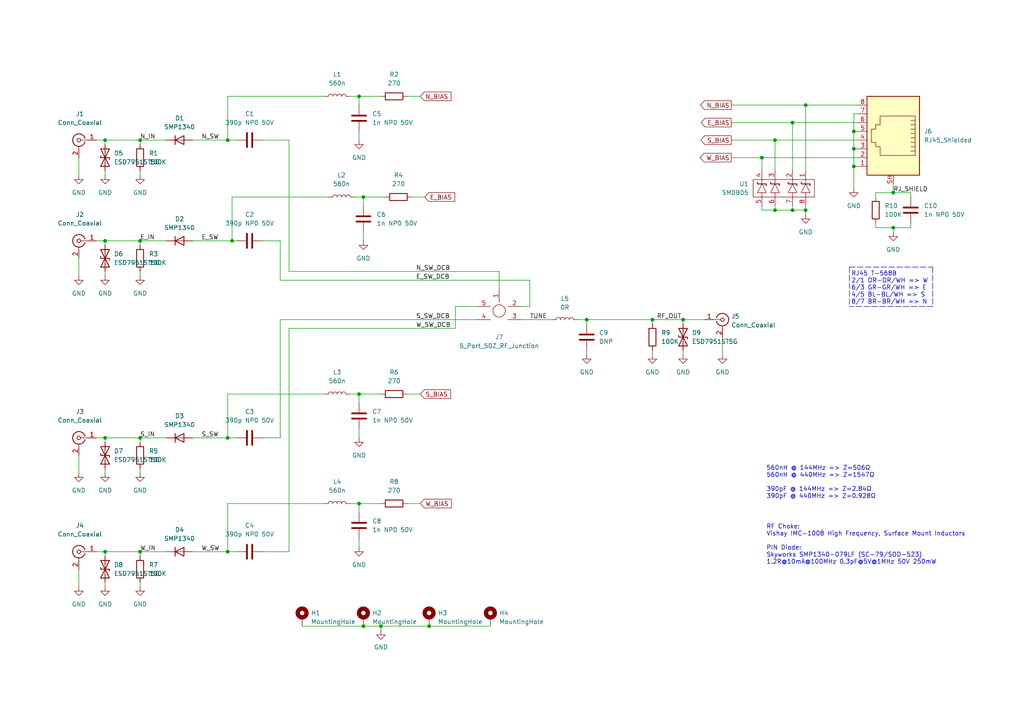
<source format=kicad_sch>
(kicad_sch (version 20211123) (generator eeschema)
  (paper "A4")
  (lib_symbols
    (symbol "Connector:Conn_Coaxial" (pin_names (offset 1.016) hide)
      (property "Reference" "J" (at 0.254 3.048 0))
      (property "Value" "Conn_Coaxial" (at 2.921 0 90))
      (symbol "Conn_Coaxial_0_1"
        (arc (start -1.778 -0.508) (mid 0.222 -1.808) (end 1.778 0) (stroke (width 0.254)))
        (polyline (pts (xy -2.54 0) (xy -0.508 0)))
        (polyline (pts (xy 0 -2.54) (xy 0 -1.778)))
        (circle (center 0 0) (radius 0.508) (stroke (width 0.2032)))
        (arc (start 1.778 0) (mid 0.222 1.8083) (end -1.778 0.508) (stroke (width 0.254)))
      )
      (symbol "Conn_Coaxial_1_1"
        (pin passive line (at -5.08 0 0) (length 2.54) (name "In") (number "1"))
        (pin passive line (at 0 -5.08 90) (length 2.54) (name "Ext") (number "2"))
      )
    )
    (symbol "Connector:RJ45_Shielded" (pin_names (offset 1.016))
      (property "Reference" "J" (at -5.08 13.97 0))
      (property "Value" "RJ45_Shielded" (at 2.54 13.97 0))
      (symbol "RJ45_Shielded_0_1"
        (polyline (pts (xy -5.08 4.445) (xy -6.35 4.445)))
        (polyline (pts (xy -5.08 5.715) (xy -6.35 5.715)))
        (polyline (pts (xy -6.35 -3.175) (xy -5.08 -3.175) (xy -5.08 -3.175)))
        (polyline (pts (xy -6.35 -1.905) (xy -5.08 -1.905) (xy -5.08 -1.905)))
        (polyline (pts (xy -6.35 -0.635) (xy -5.08 -0.635) (xy -5.08 -0.635)))
        (polyline (pts (xy -6.35 0.635) (xy -5.08 0.635) (xy -5.08 0.635)))
        (polyline (pts (xy -6.35 1.905) (xy -5.08 1.905) (xy -5.08 1.905)))
        (polyline (pts (xy -5.08 3.175) (xy -6.35 3.175) (xy -6.35 3.175)))
        (polyline (pts (xy -6.35 -4.445) (xy -6.35 6.985) (xy 3.81 6.985) (xy 3.81 4.445) (xy 5.08 4.445) (xy 5.08 3.175) (xy 6.35 3.175) (xy 6.35 -0.635) (xy 5.08 -0.635) (xy 5.08 -1.905) (xy 3.81 -1.905) (xy 3.81 -4.445) (xy -6.35 -4.445) (xy -6.35 -4.445)))
        (rectangle (start 7.62 12.7) (end -7.62 -10.16) (stroke (width 0.254)) (fill (type background)))
      )
      (symbol "RJ45_Shielded_1_1"
        (pin passive line (at 10.16 -7.62 180) (length 2.54) (name "~") (number "1"))
        (pin passive line (at 10.16 -5.08 180) (length 2.54) (name "~") (number "2"))
        (pin passive line (at 10.16 -2.54 180) (length 2.54) (name "~") (number "3"))
        (pin passive line (at 10.16 0 180) (length 2.54) (name "~") (number "4"))
        (pin passive line (at 10.16 2.54 180) (length 2.54) (name "~") (number "5"))
        (pin passive line (at 10.16 5.08 180) (length 2.54) (name "~") (number "6"))
        (pin passive line (at 10.16 7.62 180) (length 2.54) (name "~") (number "7"))
        (pin passive line (at 10.16 10.16 180) (length 2.54) (name "~") (number "8"))
        (pin passive line (at 0 -12.7 90) (length 2.54) (name "~") (number "SH"))
      )
    )
    (symbol "Device:C" (pin_numbers hide) (pin_names (offset 0.254))
      (property "Reference" "C" (at 0.635 2.54 0))
      (property "Value" "C" (at 0.635 -2.54 0))
      (symbol "C_0_1"
        (polyline (pts (xy -2.032 -0.762) (xy 2.032 -0.762)) (stroke (width 0.508)))
        (polyline (pts (xy -2.032 0.762) (xy 2.032 0.762)) (stroke (width 0.508)))
      )
      (symbol "C_1_1"
        (pin passive line (at 0 3.81 270) (length 2.794) (name "~") (number "1"))
        (pin passive line (at 0 -3.81 90) (length 2.794) (name "~") (number "2"))
      )
    )
    (symbol "Device:D" (pin_numbers hide) (pin_names (offset 1.016) hide)
      (property "Reference" "D" (at 0 2.54 0))
      (property "Value" "D" (at 0 -2.54 0))
      (symbol "D_0_1"
        (polyline (pts (xy -1.27 1.27) (xy -1.27 -1.27)) (stroke (width 0.254)))
        (polyline (pts (xy 1.27 0) (xy -1.27 0)))
        (polyline (pts (xy 1.27 1.27) (xy 1.27 -1.27) (xy -1.27 0) (xy 1.27 1.27)) (stroke (width 0.254)))
      )
      (symbol "D_1_1"
        (pin passive line (at -3.81 0 0) (length 2.54) (name "K") (number "1"))
        (pin passive line (at 3.81 0 180) (length 2.54) (name "A") (number "2"))
      )
    )
    (symbol "Device:D_TVS" (pin_numbers hide) (pin_names (offset 1.016) hide)
      (property "Reference" "D" (at 0 2.54 0))
      (property "Value" "D_TVS" (at 0 -2.54 0))
      (symbol "D_TVS_0_1"
        (polyline (pts (xy 1.27 0) (xy -1.27 0)))
        (polyline (pts (xy 0.508 1.27) (xy 0 1.27) (xy 0 -1.27) (xy -0.508 -1.27)) (stroke (width 0.254)))
        (polyline (pts (xy -2.54 1.27) (xy -2.54 -1.27) (xy 2.54 1.27) (xy 2.54 -1.27) (xy -2.54 1.27)) (stroke (width 0.254)))
      )
      (symbol "D_TVS_1_1"
        (pin passive line (at -3.81 0 0) (length 2.54) (name "A1") (number "1"))
        (pin passive line (at 3.81 0 180) (length 2.54) (name "A2") (number "2"))
      )
    )
    (symbol "Device:L" (pin_numbers hide) (pin_names (offset 1.016) hide)
      (property "Reference" "L" (at -1.27 0 90))
      (property "Value" "L" (at 1.905 0 90))
      (symbol "L_0_1"
        (arc (start 0 -2.54) (mid 0.635 -1.905) (end 0 -1.27))
        (arc (start 0 -1.27) (mid 0.635 -0.635) (end 0 0))
        (arc (start 0 0) (mid 0.635 0.635) (end 0 1.27))
        (arc (start 0 1.27) (mid 0.635 1.905) (end 0 2.54))
      )
      (symbol "L_1_1"
        (pin passive line (at 0 3.81 270) (length 1.27) (name "1") (number "1"))
        (pin passive line (at 0 -3.81 90) (length 1.27) (name "2") (number "2"))
      )
    )
    (symbol "Device:R" (pin_numbers hide) (pin_names (offset 0))
      (property "Reference" "R" (at 2.032 0 90))
      (property "Value" "R" (at 0 0 90))
      (symbol "R_0_1"
        (rectangle (start -1.016 -2.54) (end 1.016 2.54) (stroke (width 0.254)))
      )
      (symbol "R_1_1"
        (pin passive line (at 0 3.81 270) (length 1.27) (name "~") (number "1"))
        (pin passive line (at 0 -3.81 90) (length 1.27) (name "~") (number "2"))
      )
    )
    (symbol "Mechanical:MountingHole_Pad" (pin_numbers hide) (pin_names (offset 1.016) hide)
      (property "Reference" "H" (at 0 6.35 0))
      (property "Value" "MountingHole_Pad" (at 0 4.445 0))
      (symbol "MountingHole_Pad_0_1"
        (circle (center 0 1.27) (radius 1.27) (stroke (width 1.27)))
      )
      (symbol "MountingHole_Pad_1_1"
        (pin input line (at 0 -2.54 90) (length 2.54) (name "1") (number "1"))
      )
    )
    (symbol "ch:5_Port_50Z_RF_Junction" (pin_names (offset 1.016) hide) (in_bom no)
      (property "Reference" "J" (at 8.89 5.08 0))
      (property "Value" "5_Port_50Z_RF_Junction" (at 6.35 -6.35 0))
      (symbol "5_Port_50Z_RF_Junction_0_1"
        (circle (center 6.35 0) (radius 1.7961))
      )
      (symbol "5_Port_50Z_RF_Junction_1_1"
        (pin passive line (at 6.35 6.35 270) (length 3.81) (name "Pin_1") (number "1"))
        (pin passive line (at 12.7 1.27 180) (length 3.81) (name "Pin_2") (number "2"))
        (pin passive line (at 12.7 -2.54 180) (length 3.81) (name "Pin_3") (number "3"))
        (pin passive line (at 0 -2.54 0) (length 3.81) (name "Pin_4") (number "4"))
        (pin passive line (at 0 1.27 0) (length 3.81) (name "Pin_5") (number "5"))
      )
    )
    (symbol "ch:TVS 4x Unidir" (pin_names (offset 1.016) hide)
      (property "Reference" "U" (at 10.795 -1.27 0))
      (property "Value" "TVS 4x Unidir" (at -1.905 -6.35 0))
      (symbol "TVS 4x Unidir_0_1"
        (polyline (pts (xy -6.35 -2.54) (xy -6.35 -1.27)))
        (polyline (pts (xy -6.35 2.54) (xy -6.35 1.27)))
        (polyline (pts (xy -2.54 -2.54) (xy -2.54 -1.27)))
        (polyline (pts (xy -2.54 2.54) (xy -2.54 1.27)))
        (polyline (pts (xy 2.54 -2.54) (xy 2.54 -1.27)))
        (polyline (pts (xy 2.54 2.54) (xy 2.54 1.27)))
        (polyline (pts (xy 6.35 -2.54) (xy 6.35 -1.27)))
        (polyline (pts (xy 6.35 2.54) (xy 6.35 1.27)))
        (polyline (pts (xy -7.62 -0.762) (xy -7.62 -1.27) (xy -5.08 -1.27) (xy -5.08 -1.778)) (stroke (width 0.254)))
        (polyline (pts (xy -6.35 -1.27) (xy -5.08 1.27) (xy -7.62 1.27) (xy -6.35 -1.27)))
        (polyline (pts (xy -3.81 -0.762) (xy -3.81 -1.27) (xy -1.27 -1.27) (xy -1.27 -1.778)) (stroke (width 0.254)))
        (polyline (pts (xy -2.54 -1.27) (xy -1.27 1.27) (xy -3.81 1.27) (xy -2.54 -1.27)))
        (polyline (pts (xy 1.27 -0.762) (xy 1.27 -1.27) (xy 3.81 -1.27) (xy 3.81 -1.778)) (stroke (width 0.254)))
        (polyline (pts (xy 2.54 -1.27) (xy 3.81 1.27) (xy 1.27 1.27) (xy 2.54 -1.27)))
        (polyline (pts (xy 5.08 -0.762) (xy 5.08 -1.27) (xy 7.62 -1.27) (xy 7.62 -1.778)) (stroke (width 0.254)))
        (polyline (pts (xy 6.35 -1.27) (xy 7.62 1.27) (xy 5.08 1.27) (xy 6.35 -1.27)))
        (polyline (pts (xy -8.89 -2.54) (xy 8.89 -2.54) (xy 8.89 2.54) (xy -8.89 2.54) (xy -8.89 -2.54)))
      )
      (symbol "TVS 4x Unidir_1_1"
        (pin passive line (at -6.35 -5.08 90) (length 2.54) (name "A1") (number "1"))
        (pin passive line (at -2.54 -5.08 90) (length 2.54) (name "B1") (number "2"))
        (pin passive line (at 2.54 -5.08 90) (length 2.54) (name "C1") (number "3"))
        (pin passive line (at 6.35 -5.08 90) (length 2.54) (name "D1") (number "4"))
        (pin passive line (at 6.35 5.08 270) (length 2.54) (name "D2") (number "5"))
        (pin passive line (at 2.54 5.08 270) (length 2.54) (name "C2") (number "6"))
        (pin passive line (at -2.54 5.08 270) (length 2.54) (name "B2") (number "7"))
        (pin passive line (at -6.35 5.08 270) (length 2.54) (name "A2") (number "8"))
      )
    )
    (symbol "power:GND" (power) (pin_names (offset 0))
      (property "Value" "GND" (at 0 -3.81 0))
      (symbol "GND_0_1"
        (polyline (pts (xy 0 0) (xy 0 -1.27) (xy 1.27 -1.27) (xy 0 -2.54) (xy -1.27 -1.27) (xy 0 -1.27)))
      )
      (symbol "GND_1_1"
        (pin power_in line (at 0 0 270) (length 0) hide (name "GND") (number "1"))
      )
    )
  )
  (junction (at 124.46 181.61))
  (junction (at 247.65 43.18))
  (junction (at 40.64 160.02))
  (junction (at 224.79 40.64))
  (junction (at 247.65 48.26))
  (junction (at 40.64 40.64))
  (junction (at 66.04 127))
  (junction (at 40.64 69.85))
  (junction (at 259.08 55.88))
  (junction (at 229.87 60.96))
  (junction (at 104.14 27.94))
  (junction (at 220.98 45.72))
  (junction (at 30.48 40.64))
  (junction (at 259.08 66.04))
  (junction (at 66.04 40.64))
  (junction (at 189.23 92.71))
  (junction (at 30.48 69.85))
  (junction (at 224.79 60.96))
  (junction (at 233.68 60.96))
  (junction (at 67.31 69.85))
  (junction (at 104.14 114.3))
  (junction (at 104.14 146.05))
  (junction (at 30.48 160.02))
  (junction (at 105.41 181.61))
  (junction (at 105.41 57.15))
  (junction (at 233.68 30.48))
  (junction (at 40.64 127))
  (junction (at 198.12 92.71))
  (junction (at 66.04 160.02))
  (junction (at 110.49 181.61))
  (junction (at 229.87 35.56))
  (junction (at 30.48 127))
  (junction (at 247.65 38.1))
  (junction (at 170.18 92.71))
  (wire (pts (xy 102.87 57.15) (xy 105.41 57.15)))
  (wire (pts (xy 55.88 160.02) (xy 66.04 160.02)))
  (wire (pts (xy 104.14 114.3) (xy 104.14 116.84)))
  (wire (pts (xy 40.64 69.85) (xy 48.26 69.85)))
  (wire (pts (xy 40.64 135.89) (xy 40.64 137.16)))
  (wire (pts (xy 110.49 181.61) (xy 124.46 181.61)))
  (wire (pts (xy 209.55 97.79) (xy 209.55 102.87)))
  (wire (pts (xy 27.94 160.02) (xy 30.48 160.02)))
  (wire (pts (xy 264.16 66.04) (xy 264.16 64.77)))
  (wire (pts (xy 93.98 146.05) (xy 66.04 146.05)))
  (wire (pts (xy 83.82 160.02) (xy 76.2 160.02)))
  (wire (pts (xy 83.82 95.25) (xy 83.82 160.02)))
  (polyline (pts (xy 246.38 77.47) (xy 270.51 77.47)))
  (wire (pts (xy 104.14 146.05) (xy 104.14 148.59)))
  (wire (pts (xy 93.98 114.3) (xy 66.04 114.3)))
  (wire (pts (xy 170.18 92.71) (xy 170.18 93.98)))
  (wire (pts (xy 66.04 40.64) (xy 68.58 40.64)))
  (wire (pts (xy 247.65 43.18) (xy 247.65 48.26)))
  (wire (pts (xy 170.18 92.71) (xy 189.23 92.71)))
  (wire (pts (xy 233.68 30.48) (xy 233.68 49.53)))
  (wire (pts (xy 66.04 114.3) (xy 66.04 127)))
  (wire (pts (xy 153.67 81.28) (xy 81.28 81.28)))
  (wire (pts (xy 22.86 74.93) (xy 22.86 80.01)))
  (wire (pts (xy 30.48 40.64) (xy 40.64 40.64)))
  (wire (pts (xy 81.28 69.85) (xy 76.2 69.85)))
  (wire (pts (xy 254 64.77) (xy 254 66.04)))
  (wire (pts (xy 101.6 146.05) (xy 104.14 146.05)))
  (wire (pts (xy 124.46 181.61) (xy 142.24 181.61)))
  (wire (pts (xy 259.08 66.04) (xy 264.16 66.04)))
  (wire (pts (xy 40.64 127) (xy 40.64 128.27)))
  (wire (pts (xy 30.48 78.74) (xy 30.48 80.01)))
  (wire (pts (xy 212.09 45.72) (xy 220.98 45.72)))
  (polyline (pts (xy 270.51 77.47) (xy 270.51 88.9)))
  (wire (pts (xy 132.08 88.9) (xy 138.43 88.9)))
  (wire (pts (xy 22.86 165.1) (xy 22.86 170.18)))
  (wire (pts (xy 118.11 114.3) (xy 121.92 114.3)))
  (wire (pts (xy 118.11 27.94) (xy 121.92 27.94)))
  (wire (pts (xy 220.98 45.72) (xy 220.98 49.53)))
  (wire (pts (xy 104.14 146.05) (xy 110.49 146.05)))
  (wire (pts (xy 229.87 35.56) (xy 248.92 35.56)))
  (wire (pts (xy 198.12 92.71) (xy 204.47 92.71)))
  (wire (pts (xy 254 66.04) (xy 259.08 66.04)))
  (wire (pts (xy 30.48 127) (xy 40.64 127)))
  (wire (pts (xy 30.48 168.91) (xy 30.48 170.18)))
  (wire (pts (xy 198.12 101.6) (xy 198.12 102.87)))
  (wire (pts (xy 151.13 92.71) (xy 160.02 92.71)))
  (polyline (pts (xy 270.51 88.9) (xy 246.38 88.9)))
  (wire (pts (xy 95.25 57.15) (xy 67.31 57.15)))
  (wire (pts (xy 66.04 160.02) (xy 68.58 160.02)))
  (wire (pts (xy 224.79 40.64) (xy 248.92 40.64)))
  (wire (pts (xy 212.09 30.48) (xy 233.68 30.48)))
  (wire (pts (xy 233.68 60.96) (xy 233.68 62.23)))
  (wire (pts (xy 105.41 67.31) (xy 105.41 69.85)))
  (wire (pts (xy 254 57.15) (xy 254 55.88)))
  (wire (pts (xy 259.08 55.88) (xy 264.16 55.88)))
  (wire (pts (xy 212.09 40.64) (xy 224.79 40.64)))
  (wire (pts (xy 153.67 81.28) (xy 153.67 88.9)))
  (wire (pts (xy 30.48 49.53) (xy 30.48 50.8)))
  (wire (pts (xy 87.63 181.61) (xy 105.41 181.61)))
  (wire (pts (xy 167.64 92.71) (xy 170.18 92.71)))
  (wire (pts (xy 83.82 95.25) (xy 132.08 95.25)))
  (wire (pts (xy 27.94 69.85) (xy 30.48 69.85)))
  (wire (pts (xy 83.82 40.64) (xy 76.2 40.64)))
  (wire (pts (xy 104.14 124.46) (xy 104.14 127)))
  (wire (pts (xy 55.88 40.64) (xy 66.04 40.64)))
  (wire (pts (xy 67.31 57.15) (xy 67.31 69.85)))
  (wire (pts (xy 132.08 95.25) (xy 132.08 88.9)))
  (wire (pts (xy 259.08 53.34) (xy 259.08 55.88)))
  (wire (pts (xy 247.65 38.1) (xy 247.65 43.18)))
  (wire (pts (xy 93.98 27.94) (xy 66.04 27.94)))
  (wire (pts (xy 229.87 60.96) (xy 233.68 60.96)))
  (wire (pts (xy 66.04 146.05) (xy 66.04 160.02)))
  (wire (pts (xy 81.28 127) (xy 76.2 127)))
  (wire (pts (xy 105.41 181.61) (xy 110.49 181.61)))
  (wire (pts (xy 248.92 43.18) (xy 247.65 43.18)))
  (wire (pts (xy 40.64 40.64) (xy 48.26 40.64)))
  (wire (pts (xy 119.38 57.15) (xy 123.19 57.15)))
  (wire (pts (xy 22.86 132.08) (xy 22.86 137.16)))
  (wire (pts (xy 55.88 69.85) (xy 67.31 69.85)))
  (wire (pts (xy 40.64 168.91) (xy 40.64 170.18)))
  (wire (pts (xy 229.87 35.56) (xy 229.87 49.53)))
  (wire (pts (xy 30.48 127) (xy 30.48 128.27)))
  (wire (pts (xy 40.64 127) (xy 48.26 127)))
  (wire (pts (xy 83.82 78.74) (xy 144.78 78.74)))
  (wire (pts (xy 81.28 69.85) (xy 81.28 81.28)))
  (wire (pts (xy 22.86 45.72) (xy 22.86 50.8)))
  (wire (pts (xy 30.48 69.85) (xy 30.48 71.12)))
  (wire (pts (xy 104.14 156.21) (xy 104.14 158.75)))
  (wire (pts (xy 104.14 27.94) (xy 110.49 27.94)))
  (wire (pts (xy 104.14 27.94) (xy 104.14 30.48)))
  (wire (pts (xy 27.94 127) (xy 30.48 127)))
  (wire (pts (xy 101.6 27.94) (xy 104.14 27.94)))
  (wire (pts (xy 40.64 78.74) (xy 40.64 80.01)))
  (wire (pts (xy 104.14 38.1) (xy 104.14 40.64)))
  (wire (pts (xy 27.94 40.64) (xy 30.48 40.64)))
  (wire (pts (xy 66.04 127) (xy 68.58 127)))
  (wire (pts (xy 247.65 33.02) (xy 247.65 38.1)))
  (wire (pts (xy 212.09 35.56) (xy 229.87 35.56)))
  (wire (pts (xy 40.64 49.53) (xy 40.64 50.8)))
  (wire (pts (xy 40.64 40.64) (xy 40.64 41.91)))
  (wire (pts (xy 153.67 88.9) (xy 151.13 88.9)))
  (wire (pts (xy 40.64 160.02) (xy 48.26 160.02)))
  (wire (pts (xy 259.08 66.04) (xy 259.08 67.31)))
  (wire (pts (xy 170.18 101.6) (xy 170.18 102.87)))
  (wire (pts (xy 189.23 101.6) (xy 189.23 102.87)))
  (wire (pts (xy 81.28 92.71) (xy 81.28 127)))
  (wire (pts (xy 66.04 27.94) (xy 66.04 40.64)))
  (wire (pts (xy 220.98 59.69) (xy 220.98 60.96)))
  (wire (pts (xy 30.48 160.02) (xy 30.48 161.29)))
  (wire (pts (xy 40.64 69.85) (xy 40.64 71.12)))
  (wire (pts (xy 224.79 59.69) (xy 224.79 60.96)))
  (wire (pts (xy 254 55.88) (xy 259.08 55.88)))
  (wire (pts (xy 144.78 78.74) (xy 144.78 83.82)))
  (wire (pts (xy 248.92 48.26) (xy 247.65 48.26)))
  (wire (pts (xy 67.31 69.85) (xy 68.58 69.85)))
  (wire (pts (xy 105.41 57.15) (xy 105.41 59.69)))
  (wire (pts (xy 220.98 60.96) (xy 224.79 60.96)))
  (wire (pts (xy 83.82 78.74) (xy 83.82 40.64)))
  (wire (pts (xy 40.64 160.02) (xy 40.64 161.29)))
  (wire (pts (xy 224.79 40.64) (xy 224.79 49.53)))
  (wire (pts (xy 248.92 38.1) (xy 247.65 38.1)))
  (wire (pts (xy 229.87 59.69) (xy 229.87 60.96)))
  (wire (pts (xy 30.48 40.64) (xy 30.48 41.91)))
  (wire (pts (xy 247.65 48.26) (xy 247.65 54.61)))
  (wire (pts (xy 30.48 160.02) (xy 40.64 160.02)))
  (wire (pts (xy 189.23 92.71) (xy 189.23 93.98)))
  (wire (pts (xy 104.14 114.3) (xy 110.49 114.3)))
  (wire (pts (xy 198.12 92.71) (xy 198.12 93.98)))
  (wire (pts (xy 101.6 114.3) (xy 104.14 114.3)))
  (wire (pts (xy 55.88 127) (xy 66.04 127)))
  (wire (pts (xy 233.68 30.48) (xy 248.92 30.48)))
  (wire (pts (xy 189.23 92.71) (xy 198.12 92.71)))
  (wire (pts (xy 224.79 60.96) (xy 229.87 60.96)))
  (polyline (pts (xy 246.38 77.47) (xy 246.38 88.9)))
  (wire (pts (xy 105.41 57.15) (xy 111.76 57.15)))
  (wire (pts (xy 248.92 33.02) (xy 247.65 33.02)))
  (wire (pts (xy 110.49 181.61) (xy 110.49 182.88)))
  (wire (pts (xy 264.16 55.88) (xy 264.16 57.15)))
  (wire (pts (xy 118.11 146.05) (xy 121.92 146.05)))
  (wire (pts (xy 220.98 45.72) (xy 248.92 45.72)))
  (wire (pts (xy 233.68 59.69) (xy 233.68 60.96)))
  (wire (pts (xy 81.28 92.71) (xy 138.43 92.71)))
  (wire (pts (xy 30.48 69.85) (xy 40.64 69.85)))
  (wire (pts (xy 30.48 135.89) (xy 30.48 137.16)))
  (text "RF Choke:\nVishay IMC-1008 High Frequency, Surface Mount Inductors\n\nPIN Diode:\nSkyworks SMP1340-079LF (SC-79/SOD-523)\n1.2R@10mA@100MHz 0.3pF@5V@1MHz 50V 250mW\n" (at 222.25 163.83 0) (effects (font (size 1.27 1.27)) (justify left bottom)))
  (text "560nH @ 144MHz => Z=506Ω\n560nH @ 440MHz => Z=1547Ω\n\n390pF @ 144MHz => Z=2.84Ω\n390pF @ 440MHz => Z=0.928Ω" (at 222.25 144.78 0) (effects (font (size 1.27 1.27)) (justify left bottom)))
  (text "RJ45 T-568B  \n2/1 OR-OR/WH => W\n6/3 GR-GR/WH => E\n4/5 BL-BL/WH => S\n8/7 BR-BR/WH => N" (at 246.888 88.392 0) (effects (font (size 1.27 1.27)) (justify left bottom)))
  (label "E_SW" (at 58.42 69.85 0))
  (label "N_IN" (at 40.64 40.64 0))
  (label "S_SW_DCB" (at 120.65 92.71 0))
  (label "N_SW_DCB" (at 120.65 78.74 0))
  (label "W_IN" (at 40.64 160.02 0))
  (label "RJ_SHIELD" (at 259.08 55.88 0))
  (label "RF_OUT" (at 190.5 92.71 0))
  (label "E_IN" (at 40.64 69.85 0))
  (label "S_SW" (at 58.42 127 0))
  (label "W_SW_DCB" (at 120.65 95.25 0))
  (label "N_SW" (at 58.42 40.64 0))
  (label "W_SW" (at 58.42 160.02 0))
  (label "E_SW_DCB" (at 120.65 81.28 0))
  (label "TUNE" (at 153.67 92.71 0))
  (label "S_IN" (at 40.64 127 0))
  (global_label "E_BIAS" (shape output) (at 212.09 35.56 180) (property "Intersheet References" "${INTERSHEET_REFS}" (effects hide)))
  (global_label "S_BIAS" (shape input) (at 121.92 114.3 0) (property "Intersheet References" "${INTERSHEET_REFS}" (effects hide)))
  (global_label "N_BIAS" (shape input) (at 121.92 27.94 0) (property "Intersheet References" "${INTERSHEET_REFS}" (effects hide)))
  (global_label "S_BIAS" (shape output) (at 212.09 40.64 180) (property "Intersheet References" "${INTERSHEET_REFS}" (effects hide)))
  (global_label "N_BIAS" (shape output) (at 212.09 30.48 180) (property "Intersheet References" "${INTERSHEET_REFS}" (effects hide)))
  (global_label "E_BIAS" (shape input) (at 123.19 57.15 0) (property "Intersheet References" "${INTERSHEET_REFS}" (effects hide)))
  (global_label "W_BIAS" (shape output) (at 212.09 45.72 180) (property "Intersheet References" "${INTERSHEET_REFS}" (effects hide)))
  (global_label "W_BIAS" (shape input) (at 121.92 146.05 0) (property "Intersheet References" "${INTERSHEET_REFS}" (effects hide)))
  (symbol (lib_id "power:GND") (at 259.08 67.31 0) (unit 1)
    (property "Reference" "#PWR013" (effects hide))
    (property "Value" "GND" (at 259.08 72.39 0))
  )
  (symbol (lib_id "Connector:Conn_Coaxial") (at 209.55 92.71 0) (unit 1)
    (property "Reference" "J5" (at 212.09 91.7331 0) (effects (justify left)))
    (property "Value" "Conn_Coaxial" (at 212.09 94.2731 0) (effects (justify left)))
    (property "Footprint" "ch:SMA_Molex_73251-2200_Horizontal" (effects hide))
    (property "Datasheet" " ~" (effects hide))
  )
  (symbol (lib_id "Device:C") (at 72.39 127 90) (unit 1)
    (property "Reference" "C3" (at 72.39 119.38 90))
    (property "Value" "390p NP0 50V" (at 72.39 121.92 90))
    (property "Footprint" "Capacitor_SMD:C_0603_1608Metric" (effects hide))
    (property "LCSC" "C162100" (effects hide))
    (property "MFG" "Murata" (effects hide))
    (property "MPN" "GRM1555C1H391FA01D" (effects hide))
  )
  (symbol (lib_id "power:GND") (at 22.86 50.8 0) (unit 1)
    (property "Reference" "#PWR01" (effects hide))
    (property "Value" "GND" (at 22.86 55.88 0))
  )
  (symbol (lib_id "Device:L") (at 97.79 114.3 90) (unit 1)
    (property "Reference" "L3" (at 97.79 107.95 90))
    (property "Value" "560n" (at 97.79 110.49 90))
    (property "Footprint" "ch:IMC1008" (effects hide))
    (property "MPN" "IMC1008ERR56J" (effects hide))
    (property "MFG" "Vishay Dale" (effects hide))
  )
  (symbol (lib_id "Device:R") (at 189.23 97.79 0) (unit 1)
    (property "Reference" "R9" (at 191.77 96.5199 0) (effects (justify left)))
    (property "Value" "100K" (at 191.77 99.0599 0) (effects (justify left)))
    (property "Footprint" "Resistor_SMD:R_0603_1608Metric" (effects hide))
    (property "LCSC" "C14675" (effects hide))
    (property "MFG" "Yageo" (effects hide))
    (property "MPN" "RC0603FR-07100KL" (effects hide))
  )
  (symbol (lib_id "Device:L") (at 99.06 57.15 90) (unit 1)
    (property "Reference" "L2" (at 99.06 50.8 90))
    (property "Value" "560n" (at 99.06 53.34 90))
    (property "Footprint" "ch:IMC1008" (effects hide))
    (property "MPN" "IMC1008ERR56J" (effects hide))
    (property "MFG" "Vishay Dale" (effects hide))
  )
  (symbol (lib_id "Device:C") (at 170.18 97.79 0) (unit 1)
    (property "Reference" "C9" (at 173.736 96.5199 0) (effects (justify left)))
    (property "Value" "DNP" (at 173.736 99.0599 0) (effects (justify left)))
    (property "Footprint" "Capacitor_SMD:C_0603_1608Metric" (effects hide))
  )
  (symbol (lib_id "Device:D_TVS") (at 198.12 97.79 90) (unit 1)
    (property "Reference" "D9" (at 200.66 96.5199 90) (effects (justify right)))
    (property "Value" "ESD7951ST5G" (at 200.66 99.0599 90) (effects (justify right)))
    (property "Footprint" "Diode_SMD:D_SOD-923" (effects hide))
    (property "MFG" "OnSemi" (effects hide))
    (property "MPN" "ESD7951ST5G" (effects hide))
  )
  (symbol (lib_id "power:GND") (at 22.86 137.16 0) (unit 1)
    (property "Reference" "#PWR03" (effects hide))
    (property "Value" "GND" (at 22.86 142.24 0))
  )
  (symbol (lib_id "Device:L") (at 97.79 146.05 90) (unit 1)
    (property "Reference" "L4" (at 97.79 139.7 90))
    (property "Value" "560n" (at 97.79 142.24 90))
    (property "Footprint" "ch:IMC1008" (effects hide))
    (property "MPN" "IMC1008ERR56J" (effects hide))
    (property "MFG" "Vishay Dale" (effects hide))
  )
  (symbol (lib_id "Device:D_TVS") (at 30.48 74.93 90) (unit 1)
    (property "Reference" "D6" (at 33.02 73.6599 90) (effects (justify right)))
    (property "Value" "ESD7951ST5G" (at 33.02 76.1999 90) (effects (justify right)))
    (property "Footprint" "Diode_SMD:D_SOD-923" (effects hide))
    (property "MFG" "OnSemi" (effects hide))
    (property "MPN" "ESD7951ST5G" (effects hide))
  )
  (symbol (lib_id "Device:R") (at 114.3 114.3 90) (unit 1)
    (property "Reference" "R6" (at 114.3 107.95 90))
    (property "Value" "270" (at 114.3 110.49 90))
    (property "Footprint" "Resistor_SMD:R_0603_1608Metric_Pad0.98x0.95mm_HandSolder" (effects hide))
    (property "LCSC" "C137754" (effects hide))
    (property "MFG" "Yageo" (effects hide))
    (property "MPN" "RC0603FR-07270RL" (effects hide))
  )
  (symbol (lib_id "power:GND") (at 198.12 102.87 0) (unit 1)
    (property "Reference" "#PWR018" (effects hide))
    (property "Value" "GND" (at 198.12 107.95 0))
  )
  (symbol (lib_id "Device:C") (at 264.16 60.96 0) (unit 1)
    (property "Reference" "C10" (at 267.97 59.6899 0) (effects (justify left)))
    (property "Value" "1n NP0 50V" (at 267.97 62.2299 0) (effects (justify left)))
    (property "Footprint" "Capacitor_SMD:C_0603_1608Metric" (effects hide))
    (property "LCSC" "C77026" (effects hide))
    (property "MFG" "Murata" (effects hide))
    (property "MPN" "GRM1885C1H102JA01D" (effects hide))
  )
  (symbol (lib_id "power:GND") (at 104.14 40.64 0) (unit 1)
    (property "Reference" "#PWR05" (effects hide))
    (property "Value" "GND" (at 104.14 45.72 0))
  )
  (symbol (lib_id "power:GND") (at 22.86 170.18 0) (unit 1)
    (property "Reference" "#PWR04" (effects hide))
    (property "Value" "GND" (at 22.86 175.26 0))
  )
  (symbol (lib_id "power:GND") (at 40.64 170.18 0) (unit 1)
    (property "Reference" "#PWR0105" (effects hide))
    (property "Value" "GND" (at 40.64 175.26 0))
  )
  (symbol (lib_id "power:GND") (at 189.23 102.87 0) (unit 1)
    (property "Reference" "#PWR010" (effects hide))
    (property "Value" "GND" (at 189.23 107.95 0))
  )
  (symbol (lib_id "Device:R") (at 40.64 45.72 0) (unit 1)
    (property "Reference" "R1" (at 43.18 44.4499 0) (effects (justify left)))
    (property "Value" "100K" (at 43.18 46.9899 0) (effects (justify left)))
    (property "Footprint" "Resistor_SMD:R_0603_1608Metric" (effects hide))
    (property "MFG" "Yageo" (effects hide))
    (property "MPN" "RC0603FR-07100KL" (effects hide))
    (property "LCSC" "C14675" (effects hide))
  )
  (symbol (lib_id "Device:C") (at 104.14 152.4 0) (unit 1)
    (property "Reference" "C8" (at 107.95 151.1299 0) (effects (justify left)))
    (property "Value" "1n NP0 50V" (at 107.95 153.6699 0) (effects (justify left)))
    (property "Footprint" "Capacitor_SMD:C_0603_1608Metric" (effects hide))
    (property "LCSC" "C77026" (effects hide))
    (property "MFG" "Murata" (effects hide))
    (property "MPN" "GRM1885C1H102JA01D" (effects hide))
  )
  (symbol (lib_id "power:GND") (at 40.64 80.01 0) (unit 1)
    (property "Reference" "#PWR0102" (effects hide))
    (property "Value" "GND" (at 40.64 85.09 0))
  )
  (symbol (lib_id "power:GND") (at 110.49 182.88 0) (unit 1)
    (property "Reference" "#PWR0101" (effects hide))
    (property "Value" "GND" (at 110.49 187.706 0))
  )
  (symbol (lib_id "Connector:Conn_Coaxial") (at 22.86 40.64 0) (mirror y) (unit 1)
    (property "Reference" "J1" (at 23.1774 33.02 0))
    (property "Value" "Conn_Coaxial" (at 23.1774 35.56 0))
    (property "Footprint" "ch:SMA_Molex_73251-2200_Horizontal" (effects hide))
    (property "Datasheet" " ~" (effects hide))
  )
  (symbol (lib_id "Connector:Conn_Coaxial") (at 22.86 69.85 0) (mirror y) (unit 1)
    (property "Reference" "J2" (at 23.1774 62.23 0))
    (property "Value" "Conn_Coaxial" (at 23.1774 64.77 0))
    (property "Footprint" "ch:SMA_Molex_73251-2200_Horizontal" (effects hide))
    (property "Datasheet" " ~" (effects hide))
  )
  (symbol (lib_id "Device:R") (at 114.3 27.94 90) (unit 1)
    (property "Reference" "R2" (at 114.3 21.59 90))
    (property "Value" "270" (at 114.3 24.13 90))
    (property "Footprint" "Resistor_SMD:R_0603_1608Metric_Pad0.98x0.95mm_HandSolder" (effects hide))
    (property "LCSC" "C137754" (effects hide))
    (property "MFG" "Yageo" (effects hide))
    (property "MPN" "RC0603FR-07270RL" (effects hide))
  )
  (symbol (lib_id "Device:D") (at 52.07 40.64 0) (unit 1)
    (property "Reference" "D1" (at 52.07 34.29 0))
    (property "Value" "SMP1340" (at 52.07 36.83 0))
    (property "Footprint" "Diode_SMD:D_SOD-523" (effects hide))
    (property "MPN" "SMP1340-079LF" (effects hide))
    (property "MFG" "Skyworks" (effects hide))
  )
  (symbol (lib_id "Mechanical:MountingHole_Pad") (at 124.46 179.07 0) (unit 1) (in_bom no)
    (property "Reference" "H3" (at 127 177.7999 0) (effects (justify left)))
    (property "Value" "MountingHole" (at 127 180.3399 0) (effects (justify left)))
    (property "Footprint" "MountingHole:MountingHole_3.2mm_M3_Pad_TopBottom" (effects hide))
  )
  (symbol (lib_id "Device:D_TVS") (at 30.48 132.08 90) (unit 1)
    (property "Reference" "D7" (at 33.02 130.8099 90) (effects (justify right)))
    (property "Value" "ESD7951ST5G" (at 33.02 133.3499 90) (effects (justify right)))
    (property "Footprint" "Diode_SMD:D_SOD-923" (effects hide))
    (property "MFG" "OnSemi" (effects hide))
    (property "MPN" "ESD7951ST5G" (effects hide))
  )
  (symbol (lib_id "Device:D") (at 52.07 127 0) (unit 1)
    (property "Reference" "D3" (at 52.07 120.65 0))
    (property "Value" "SMP1340" (at 52.07 123.19 0))
    (property "Footprint" "Diode_SMD:D_SOD-523" (effects hide))
    (property "MPN" "SMP1340-079LF" (effects hide))
    (property "MFG" "Skyworks" (effects hide))
  )
  (symbol (lib_id "Device:C") (at 72.39 40.64 90) (unit 1)
    (property "Reference" "C1" (at 72.39 33.02 90))
    (property "Value" "390p NP0 50V" (at 72.39 35.56 90))
    (property "Footprint" "Capacitor_SMD:C_0603_1608Metric" (effects hide))
    (property "LCSC" "C162100" (effects hide))
    (property "MFG" "Murata" (effects hide))
    (property "MPN" "GRM1555C1H391FA01D" (effects hide))
  )
  (symbol (lib_id "Connector:Conn_Coaxial") (at 22.86 160.02 0) (mirror y) (unit 1)
    (property "Reference" "J4" (at 23.1774 152.4 0))
    (property "Value" "Conn_Coaxial" (at 23.1774 154.94 0))
    (property "Footprint" "ch:SMA_Molex_73251-2200_Horizontal" (effects hide))
    (property "Datasheet" " ~" (effects hide))
  )
  (symbol (lib_id "Mechanical:MountingHole_Pad") (at 105.41 179.07 0) (unit 1) (in_bom no)
    (property "Reference" "H2" (at 107.95 177.7999 0) (effects (justify left)))
    (property "Value" "MountingHole" (at 107.95 180.3399 0) (effects (justify left)))
    (property "Footprint" "MountingHole:MountingHole_3.2mm_M3_Pad_TopBottom" (effects hide))
  )
  (symbol (lib_id "Mechanical:MountingHole_Pad") (at 142.24 179.07 0) (unit 1) (in_bom no)
    (property "Reference" "H4" (at 144.78 177.7999 0) (effects (justify left)))
    (property "Value" "MountingHole" (at 144.78 180.3399 0) (effects (justify left)))
    (property "Footprint" "MountingHole:MountingHole_3.2mm_M3_Pad_TopBottom" (effects hide))
  )
  (symbol (lib_id "ch:5_Port_50Z_RF_Junction") (at 138.43 90.17 0) (unit 1) (in_bom no)
    (property "Reference" "J7" (at 144.78 97.79 0))
    (property "Value" "5_Port_50Z_RF_Junction" (at 144.78 100.33 0))
    (property "Footprint" "ch:5 Port 50Z RF Junction" (effects hide))
  )
  (symbol (lib_id "power:GND") (at 209.55 102.87 0) (unit 1)
    (property "Reference" "#PWR011" (effects hide))
    (property "Value" "GND" (at 209.55 107.95 0))
  )
  (symbol (lib_id "power:GND") (at 30.48 80.01 0) (unit 1)
    (property "Reference" "#PWR015" (effects hide))
    (property "Value" "GND" (at 30.48 85.09 0))
  )
  (symbol (lib_id "Device:C") (at 72.39 160.02 90) (unit 1)
    (property "Reference" "C4" (at 72.39 152.4 90))
    (property "Value" "390p NP0 50V" (at 72.39 154.94 90))
    (property "Footprint" "Capacitor_SMD:C_0603_1608Metric" (effects hide))
    (property "LCSC" "C162100" (effects hide))
    (property "MFG" "Murata" (effects hide))
    (property "MPN" "GRM1555C1H391FA01D" (effects hide))
  )
  (symbol (lib_id "power:GND") (at 170.18 102.87 0) (unit 1)
    (property "Reference" "#PWR09" (effects hide))
    (property "Value" "GND" (at 170.18 107.95 0))
  )
  (symbol (lib_id "power:GND") (at 40.64 50.8 0) (unit 1)
    (property "Reference" "#PWR0103" (effects hide))
    (property "Value" "GND" (at 40.64 55.88 0))
  )
  (symbol (lib_id "ch:TVS 4x Unidir") (at 227.33 54.61 180) (unit 1)
    (property "Reference" "U1" (at 217.17 53.3399 0) (effects (justify left)))
    (property "Value" "SMDB05" (at 217.17 55.8799 0) (effects (justify left)))
    (property "Footprint" "Package_SO:SO-8_3.9x4.9mm_P1.27mm" (effects hide))
    (property "MFG" "SMC" (effects hide))
    (property "MPN" "SMDB05" (effects hide))
  )
  (symbol (lib_id "Connector:RJ45_Shielded") (at 259.08 40.64 0) (mirror y) (unit 1)
    (property "Reference" "J6" (at 267.97 38.0999 0) (effects (justify right)))
    (property "Value" "RJ45_Shielded" (at 267.97 40.6399 0) (effects (justify right)))
    (property "Footprint" "Connector_RJ:RJ45_Amphenol_RJHSE5380" (effects hide))
  )
  (symbol (lib_id "Device:R") (at 115.57 57.15 90) (unit 1)
    (property "Reference" "R4" (at 115.57 50.8 90))
    (property "Value" "270" (at 115.57 53.34 90))
    (property "Footprint" "Resistor_SMD:R_0603_1608Metric_Pad0.98x0.95mm_HandSolder" (effects hide))
    (property "LCSC" "C137754" (effects hide))
    (property "MFG" "Yageo" (effects hide))
    (property "MPN" "RC0603FR-07270RL" (effects hide))
  )
  (symbol (lib_id "Connector:Conn_Coaxial") (at 22.86 127 0) (mirror y) (unit 1)
    (property "Reference" "J3" (at 23.1774 119.38 0))
    (property "Value" "Conn_Coaxial" (at 23.1774 121.92 0))
    (property "Footprint" "ch:SMA_Molex_73251-2200_Horizontal" (effects hide))
    (property "Datasheet" " ~" (effects hide))
  )
  (symbol (lib_id "power:GND") (at 30.48 50.8 0) (unit 1)
    (property "Reference" "#PWR014" (effects hide))
    (property "Value" "GND" (at 30.48 55.88 0))
  )
  (symbol (lib_id "power:GND") (at 247.65 54.61 0) (unit 1)
    (property "Reference" "#PWR012" (effects hide))
    (property "Value" "GND" (at 247.65 59.69 0))
  )
  (symbol (lib_id "Mechanical:MountingHole_Pad") (at 87.63 179.07 0) (unit 1) (in_bom no)
    (property "Reference" "H1" (at 90.17 177.7999 0) (effects (justify left)))
    (property "Value" "MountingHole" (at 90.17 180.3399 0) (effects (justify left)))
    (property "Footprint" "MountingHole:MountingHole_3.2mm_M3_Pad_TopBottom" (effects hide))
  )
  (symbol (lib_id "Device:D_TVS") (at 30.48 165.1 90) (unit 1)
    (property "Reference" "D8" (at 33.02 163.8299 90) (effects (justify right)))
    (property "Value" "ESD7951ST5G" (at 33.02 166.3699 90) (effects (justify right)))
    (property "Footprint" "Diode_SMD:D_SOD-923" (effects hide))
    (property "MFG" "OnSemi" (effects hide))
    (property "MPN" "ESD7951ST5G" (effects hide))
  )
  (symbol (lib_id "Device:C") (at 105.41 63.5 0) (unit 1)
    (property "Reference" "C6" (at 109.22 62.2299 0) (effects (justify left)))
    (property "Value" "1n NP0 50V" (at 109.22 64.7699 0) (effects (justify left)))
    (property "Footprint" "Capacitor_SMD:C_0603_1608Metric" (effects hide))
    (property "LCSC" "C77026" (effects hide))
    (property "MFG" "Murata" (effects hide))
    (property "MPN" "GRM1885C1H102JA01D" (effects hide))
  )
  (symbol (lib_id "Device:R") (at 254 60.96 0) (unit 1)
    (property "Reference" "R10" (at 256.54 59.6899 0) (effects (justify left)))
    (property "Value" "100K" (at 256.54 62.2299 0) (effects (justify left)))
    (property "Footprint" "Resistor_SMD:R_0603_1608Metric" (effects hide))
    (property "LCSC" "C14675" (effects hide))
    (property "MFG" "Yageo" (effects hide))
    (property "MPN" "RC0603FR-07100KL" (effects hide))
  )
  (symbol (lib_id "power:GND") (at 30.48 170.18 0) (unit 1)
    (property "Reference" "#PWR017" (effects hide))
    (property "Value" "GND" (at 30.48 175.26 0))
  )
  (symbol (lib_id "Device:L") (at 97.79 27.94 90) (unit 1)
    (property "Reference" "L1" (at 97.79 21.59 90))
    (property "Value" "560n" (at 97.79 24.13 90))
    (property "Footprint" "ch:IMC1008" (effects hide))
    (property "MPN" "IMC1008ERR56J" (effects hide))
    (property "MFG" "Vishay Dale" (effects hide))
  )
  (symbol (lib_id "Device:L") (at 163.83 92.71 90) (unit 1)
    (property "Reference" "L5" (at 163.83 86.614 90))
    (property "Value" "0R" (at 163.83 89.154 90))
    (property "Footprint" "Inductor_SMD:L_0402_1005Metric_Pad0.77x0.64mm_HandSolder" (effects hide))
    (property "LCSC" "C17168" (effects hide))
    (property "MFG" "UNI-ROYAL" (effects hide))
    (property "MPN" "0402WGF0000TCE" (effects hide))
  )
  (symbol (lib_id "power:GND") (at 104.14 127 0) (unit 1)
    (property "Reference" "#PWR07" (effects hide))
    (property "Value" "GND" (at 104.14 132.08 0))
  )
  (symbol (lib_id "power:GND") (at 233.68 62.23 0) (unit 1)
    (property "Reference" "#PWR0106" (effects hide))
    (property "Value" "GND" (at 233.68 67.31 0))
  )
  (symbol (lib_id "Device:D_TVS") (at 30.48 45.72 90) (unit 1)
    (property "Reference" "D5" (at 33.02 44.4499 90) (effects (justify right)))
    (property "Value" "ESD7951ST5G" (at 33.02 46.9899 90) (effects (justify right)))
    (property "Footprint" "Diode_SMD:D_SOD-923" (effects hide))
    (property "MFG" "OnSemi" (effects hide))
    (property "MPN" "ESD7951ST5G" (effects hide))
  )
  (symbol (lib_id "Device:R") (at 40.64 165.1 0) (unit 1)
    (property "Reference" "R7" (at 43.18 163.8299 0) (effects (justify left)))
    (property "Value" "100K" (at 43.18 166.3699 0) (effects (justify left)))
    (property "Footprint" "Resistor_SMD:R_0603_1608Metric" (effects hide))
    (property "MFG" "Yageo" (effects hide))
    (property "MPN" "RC0603FR-07100KL" (effects hide))
    (property "LCSC" "C14675" (effects hide))
  )
  (symbol (lib_id "Device:R") (at 40.64 74.93 0) (unit 1)
    (property "Reference" "R3" (at 43.18 73.6599 0) (effects (justify left)))
    (property "Value" "100K" (at 43.18 76.1999 0) (effects (justify left)))
    (property "Footprint" "Resistor_SMD:R_0603_1608Metric" (effects hide))
    (property "MFG" "Yageo" (effects hide))
    (property "MPN" "RC0603FR-07100KL" (effects hide))
    (property "LCSC" "C14675" (effects hide))
  )
  (symbol (lib_id "power:GND") (at 40.64 137.16 0) (unit 1)
    (property "Reference" "#PWR0104" (effects hide))
    (property "Value" "GND" (at 40.64 142.24 0))
  )
  (symbol (lib_id "Device:D") (at 52.07 160.02 0) (unit 1)
    (property "Reference" "D4" (at 52.07 153.67 0))
    (property "Value" "SMP1340" (at 52.07 156.21 0))
    (property "Footprint" "Diode_SMD:D_SOD-523" (effects hide))
    (property "MPN" "SMP1340-079LF" (effects hide))
    (property "MFG" "Skyworks" (effects hide))
  )
  (symbol (lib_id "power:GND") (at 105.41 69.85 0) (unit 1)
    (property "Reference" "#PWR06" (effects hide))
    (property "Value" "GND" (at 105.41 74.93 0))
  )
  (symbol (lib_id "Device:C") (at 104.14 120.65 0) (unit 1)
    (property "Reference" "C7" (at 107.95 119.3799 0) (effects (justify left)))
    (property "Value" "1n NP0 50V" (at 107.95 121.9199 0) (effects (justify left)))
    (property "Footprint" "Capacitor_SMD:C_0603_1608Metric" (effects hide))
    (property "LCSC" "C77026" (effects hide))
    (property "MFG" "Murata" (effects hide))
    (property "MPN" "GRM1885C1H102JA01D" (effects hide))
  )
  (symbol (lib_id "Device:D") (at 52.07 69.85 0) (unit 1)
    (property "Reference" "D2" (at 52.07 63.5 0))
    (property "Value" "SMP1340" (at 52.07 66.04 0))
    (property "Footprint" "Diode_SMD:D_SOD-523" (effects hide))
    (property "MPN" "SMP1340-079LF" (effects hide))
    (property "MFG" "Skyworks" (effects hide))
  )
  (symbol (lib_id "Device:C") (at 104.14 34.29 0) (unit 1)
    (property "Reference" "C5" (at 107.95 33.0199 0) (effects (justify left)))
    (property "Value" "1n NP0 50V" (at 107.95 35.5599 0) (effects (justify left)))
    (property "Footprint" "Capacitor_SMD:C_0603_1608Metric" (effects hide))
    (property "LCSC" "C77026" (effects hide))
    (property "MFG" "Murata" (effects hide))
    (property "MPN" "GRM1885C1H102JA01D" (effects hide))
  )
  (symbol (lib_id "power:GND") (at 104.14 158.75 0) (unit 1)
    (property "Reference" "#PWR08" (effects hide))
    (property "Value" "GND" (at 104.14 163.83 0))
  )
  (symbol (lib_id "power:GND") (at 22.86 80.01 0) (unit 1)
    (property "Reference" "#PWR02" (effects hide))
    (property "Value" "GND" (at 22.86 85.09 0))
  )
  (symbol (lib_id "Device:R") (at 40.64 132.08 0) (unit 1)
    (property "Reference" "R5" (at 43.18 130.8099 0) (effects (justify left)))
    (property "Value" "100K" (at 43.18 133.3499 0) (effects (justify left)))
    (property "Footprint" "Resistor_SMD:R_0603_1608Metric" (effects hide))
    (property "MFG" "Yageo" (effects hide))
    (property "MPN" "RC0603FR-07100KL" (effects hide))
    (property "LCSC" "C14675" (effects hide))
  )
  (symbol (lib_id "Device:C") (at 72.39 69.85 90) (unit 1)
    (property "Reference" "C2" (at 72.39 62.23 90))
    (property "Value" "390p NP0 50V" (at 72.39 64.77 90))
    (property "Footprint" "Capacitor_SMD:C_0603_1608Metric" (effects hide))
    (property "LCSC" "C162100" (effects hide))
    (property "MFG" "Murata" (effects hide))
    (property "MPN" "GRM1555C1H391FA01D" (effects hide))
  )
  (symbol (lib_id "power:GND") (at 30.48 137.16 0) (unit 1)
    (property "Reference" "#PWR016" (effects hide))
    (property "Value" "GND" (at 30.48 142.24 0))
  )
  (symbol (lib_id "Device:R") (at 114.3 146.05 90) (unit 1)
    (property "Reference" "R8" (at 114.3 139.7 90))
    (property "Value" "270" (at 114.3 142.24 90))
    (property "Footprint" "Resistor_SMD:R_0603_1608Metric_Pad0.98x0.95mm_HandSolder" (effects hide))
    (property "LCSC" "C137754" (effects hide))
    (property "MFG" "Yageo" (effects hide))
    (property "MPN" "RC0603FR-07270RL" (effects hide))
  )
)
</source>
